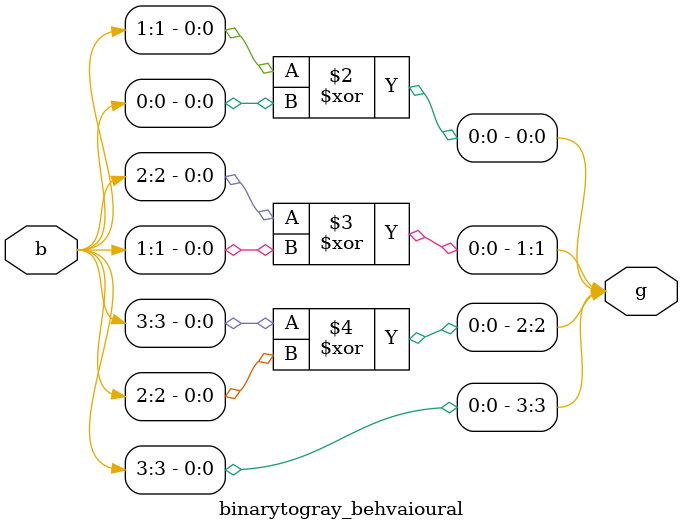
<source format=v>
`timescale 1ns / 1ps
module binarytogray_behvaioural(input [3:0]b, output reg[3:0]g
    );
always @(b)
begin
g[0]=b[1]^b[0];
g[1]=b[2]^b[1];
g[2]=b[3]^b[2];
g[3]=b[3];
end

endmodule

</source>
